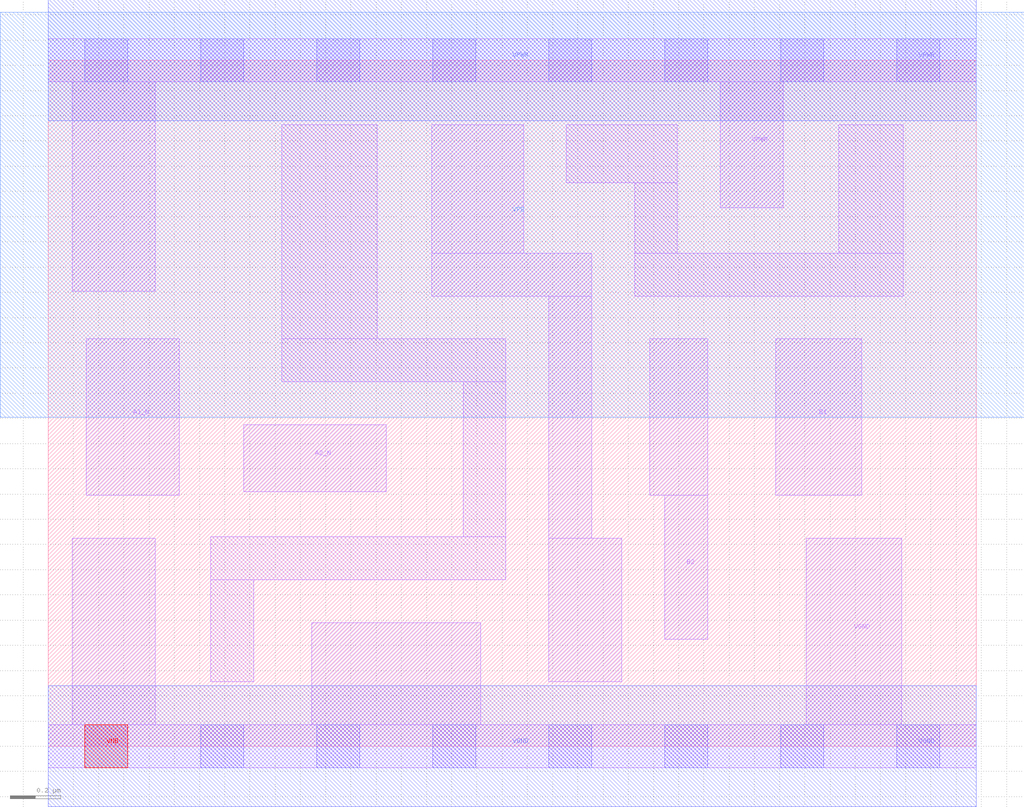
<source format=lef>
# Copyright 2020 The SkyWater PDK Authors
#
# Licensed under the Apache License, Version 2.0 (the "License");
# you may not use this file except in compliance with the License.
# You may obtain a copy of the License at
#
#     https://www.apache.org/licenses/LICENSE-2.0
#
# Unless required by applicable law or agreed to in writing, software
# distributed under the License is distributed on an "AS IS" BASIS,
# WITHOUT WARRANTIES OR CONDITIONS OF ANY KIND, either express or implied.
# See the License for the specific language governing permissions and
# limitations under the License.
#
# SPDX-License-Identifier: Apache-2.0

VERSION 5.7 ;
  NOWIREEXTENSIONATPIN ON ;
  DIVIDERCHAR "/" ;
  BUSBITCHARS "[]" ;
PROPERTYDEFINITIONS
  MACRO maskLayoutSubType STRING ;
  MACRO prCellType STRING ;
  MACRO originalViewName STRING ;
END PROPERTYDEFINITIONS
MACRO sky130_fd_sc_hdll__a2bb2oi_1
  CLASS CORE ;
  FOREIGN sky130_fd_sc_hdll__a2bb2oi_1 ;
  ORIGIN  0.000000  0.000000 ;
  SIZE  3.680000 BY  2.720000 ;
  SYMMETRY X Y R90 ;
  SITE unithd ;
  PIN A1_N
    ANTENNAGATEAREA  0.277500 ;
    DIRECTION INPUT ;
    USE SIGNAL ;
    PORT
      LAYER li1 ;
        RECT 0.150000 0.995000 0.520000 1.615000 ;
    END
  END A1_N
  PIN A2_N
    ANTENNAGATEAREA  0.277500 ;
    DIRECTION INPUT ;
    USE SIGNAL ;
    PORT
      LAYER li1 ;
        RECT 0.775000 1.010000 1.340000 1.275000 ;
    END
  END A2_N
  PIN B1
    ANTENNAGATEAREA  0.277500 ;
    DIRECTION INPUT ;
    USE SIGNAL ;
    PORT
      LAYER li1 ;
        RECT 2.885000 0.995000 3.225000 1.615000 ;
    END
  END B1
  PIN B2
    ANTENNAGATEAREA  0.277500 ;
    DIRECTION INPUT ;
    USE SIGNAL ;
    PORT
      LAYER li1 ;
        RECT 2.385000 0.995000 2.615000 1.615000 ;
        RECT 2.445000 0.425000 2.615000 0.995000 ;
    END
  END B2
  PIN VGND
    ANTENNADIFFAREA  0.942500 ;
    DIRECTION INOUT ;
    USE SIGNAL ;
    PORT
      LAYER li1 ;
        RECT 0.000000 -0.085000 3.680000 0.085000 ;
        RECT 0.095000  0.085000 0.425000 0.825000 ;
        RECT 1.045000  0.085000 1.715000 0.490000 ;
        RECT 3.005000  0.085000 3.385000 0.825000 ;
      LAYER mcon ;
        RECT 0.145000 -0.085000 0.315000 0.085000 ;
        RECT 0.605000 -0.085000 0.775000 0.085000 ;
        RECT 1.065000 -0.085000 1.235000 0.085000 ;
        RECT 1.525000 -0.085000 1.695000 0.085000 ;
        RECT 1.985000 -0.085000 2.155000 0.085000 ;
        RECT 2.445000 -0.085000 2.615000 0.085000 ;
        RECT 2.905000 -0.085000 3.075000 0.085000 ;
        RECT 3.365000 -0.085000 3.535000 0.085000 ;
    END
    PORT
      LAYER met1 ;
        RECT 0.000000 -0.240000 3.680000 0.240000 ;
    END
  END VGND
  PIN VPWR
    ANTENNADIFFAREA  0.570000 ;
    DIRECTION INOUT ;
    USE SIGNAL ;
    PORT
      LAYER li1 ;
        RECT 0.000000 2.635000 3.680000 2.805000 ;
        RECT 0.095000 1.805000 0.425000 2.635000 ;
        RECT 2.665000 2.135000 2.915000 2.635000 ;
      LAYER mcon ;
        RECT 0.145000 2.635000 0.315000 2.805000 ;
        RECT 0.605000 2.635000 0.775000 2.805000 ;
        RECT 1.065000 2.635000 1.235000 2.805000 ;
        RECT 1.525000 2.635000 1.695000 2.805000 ;
        RECT 1.985000 2.635000 2.155000 2.805000 ;
        RECT 2.445000 2.635000 2.615000 2.805000 ;
        RECT 2.905000 2.635000 3.075000 2.805000 ;
        RECT 3.365000 2.635000 3.535000 2.805000 ;
    END
    PORT
      LAYER met1 ;
        RECT 0.000000 2.480000 3.680000 2.960000 ;
    END
  END VPWR
  PIN Y
    ANTENNADIFFAREA  0.530000 ;
    DIRECTION OUTPUT ;
    USE SIGNAL ;
    PORT
      LAYER li1 ;
        RECT 1.520000 1.785000 2.155000 1.955000 ;
        RECT 1.520000 1.955000 1.885000 2.465000 ;
        RECT 1.985000 0.255000 2.275000 0.825000 ;
        RECT 1.985000 0.825000 2.155000 1.785000 ;
    END
  END Y
  PIN VNB
    DIRECTION INOUT ;
    USE GROUND ;
    PORT
      LAYER pwell ;
        RECT 0.145000 -0.085000 0.315000 0.085000 ;
    END
  END VNB
  PIN VPB
    DIRECTION INOUT ;
    USE POWER ;
    PORT
      LAYER nwell ;
        RECT -0.190000 1.305000 3.870000 2.910000 ;
    END
  END VPB
  OBS
    LAYER li1 ;
      RECT 0.645000 0.255000 0.815000 0.660000 ;
      RECT 0.645000 0.660000 1.815000 0.830000 ;
      RECT 0.925000 1.445000 1.815000 1.615000 ;
      RECT 0.925000 1.615000 1.305000 2.465000 ;
      RECT 1.645000 0.830000 1.815000 1.445000 ;
      RECT 2.055000 2.235000 2.495000 2.465000 ;
      RECT 2.325000 1.785000 3.390000 1.955000 ;
      RECT 2.325000 1.955000 2.495000 2.235000 ;
      RECT 3.135000 1.955000 3.390000 2.465000 ;
  END
  PROPERTY maskLayoutSubType "abstract" ;
  PROPERTY prCellType "standard" ;
  PROPERTY originalViewName "layout" ;
END sky130_fd_sc_hdll__a2bb2oi_1
END LIBRARY

</source>
